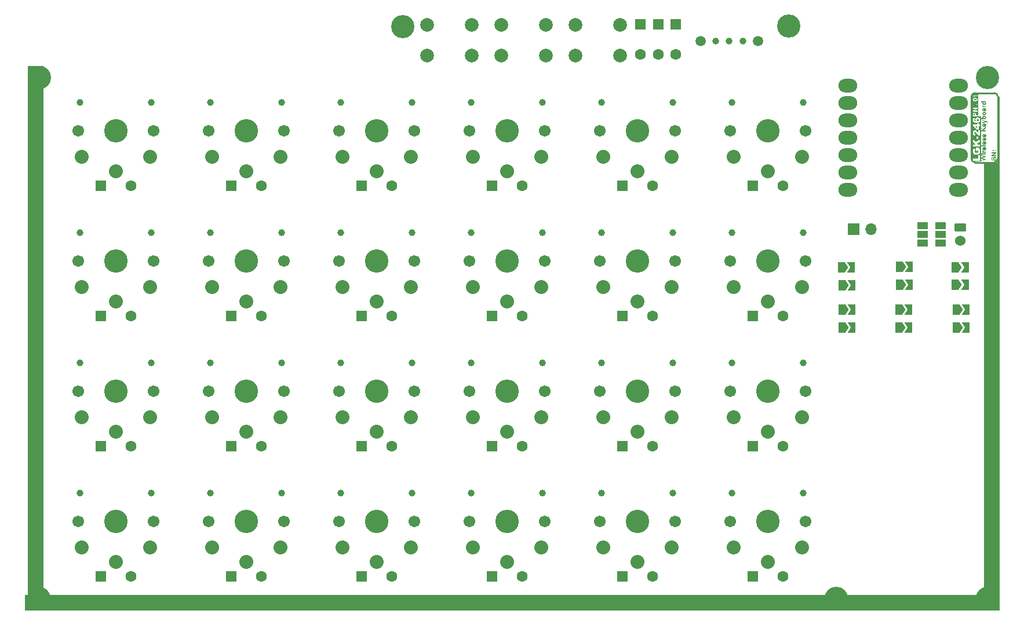
<source format=gts>
%TF.GenerationSoftware,KiCad,Pcbnew,8.0.1*%
%TF.CreationDate,2024-04-24T14:47:18+09:00*%
%TF.ProjectId,LegionKeys,4c656769-6f6e-44b6-9579-732e6b696361,rev?*%
%TF.SameCoordinates,Original*%
%TF.FileFunction,Soldermask,Top*%
%TF.FilePolarity,Negative*%
%FSLAX46Y46*%
G04 Gerber Fmt 4.6, Leading zero omitted, Abs format (unit mm)*
G04 Created by KiCad (PCBNEW 8.0.1) date 2024-04-24 14:47:18*
%MOMM*%
%LPD*%
G01*
G04 APERTURE LIST*
G04 Aperture macros list*
%AMRoundRect*
0 Rectangle with rounded corners*
0 $1 Rounding radius*
0 $2 $3 $4 $5 $6 $7 $8 $9 X,Y pos of 4 corners*
0 Add a 4 corners polygon primitive as box body*
4,1,4,$2,$3,$4,$5,$6,$7,$8,$9,$2,$3,0*
0 Add four circle primitives for the rounded corners*
1,1,$1+$1,$2,$3*
1,1,$1+$1,$4,$5*
1,1,$1+$1,$6,$7*
1,1,$1+$1,$8,$9*
0 Add four rect primitives between the rounded corners*
20,1,$1+$1,$2,$3,$4,$5,0*
20,1,$1+$1,$4,$5,$6,$7,0*
20,1,$1+$1,$6,$7,$8,$9,0*
20,1,$1+$1,$8,$9,$2,$3,0*%
%AMFreePoly0*
4,1,6,1.000000,0.000000,0.500000,-0.750000,-0.500000,-0.750000,-0.500000,0.750000,0.500000,0.750000,1.000000,0.000000,1.000000,0.000000,$1*%
%AMFreePoly1*
4,1,6,0.500000,-0.750000,-0.650000,-0.750000,-0.150000,0.000000,-0.650000,0.750000,0.500000,0.750000,0.500000,-0.750000,0.500000,-0.750000,$1*%
G04 Aperture macros list end*
%ADD10C,0.100000*%
%ADD11C,0.150000*%
%ADD12C,0.200000*%
%ADD13C,0.250000*%
%ADD14R,1.500000X1.000000*%
%ADD15R,1.600000X1.600000*%
%ADD16C,1.600000*%
%ADD17C,1.701800*%
%ADD18C,0.990600*%
%ADD19C,3.429000*%
%ADD20C,2.032000*%
%ADD21O,2.748280X1.998980*%
%ADD22C,1.500000*%
%ADD23FreePoly0,0.000000*%
%ADD24FreePoly1,0.000000*%
%ADD25C,3.400000*%
%ADD26RoundRect,0.250000X0.625000X-0.350000X0.625000X0.350000X-0.625000X0.350000X-0.625000X-0.350000X0*%
%ADD27C,1.524000*%
%ADD28C,1.000000*%
%ADD29R,1.700000X1.700000*%
%ADD30O,1.700000X1.700000*%
%ADD31C,2.000000*%
G04 APERTURE END LIST*
D10*
X68360000Y-133180000D02*
X210730000Y-133180000D01*
X210730000Y-135380000D01*
X68360000Y-135380000D01*
X68360000Y-133180000D01*
G36*
X68360000Y-133180000D02*
G01*
X210730000Y-133180000D01*
X210730000Y-135380000D01*
X68360000Y-135380000D01*
X68360000Y-133180000D01*
G37*
X210450000Y-60350000D02*
X210750000Y-60350000D01*
X210750000Y-70050000D01*
X210450000Y-70050000D01*
X210450000Y-60350000D01*
G36*
X210450000Y-60350000D02*
G01*
X210750000Y-60350000D01*
X210750000Y-70050000D01*
X210450000Y-70050000D01*
X210450000Y-60350000D01*
G37*
X208540000Y-69930000D02*
X210740000Y-69930000D01*
X210740000Y-135380000D01*
X208540000Y-135380000D01*
X208540000Y-69930000D01*
G36*
X208540000Y-69930000D02*
G01*
X210740000Y-69930000D01*
X210740000Y-135380000D01*
X208540000Y-135380000D01*
X208540000Y-69930000D01*
G37*
X68780000Y-55780000D02*
X70980000Y-55780000D01*
X70980000Y-135370000D01*
X68780000Y-135370000D01*
X68780000Y-55780000D01*
G36*
X68780000Y-55780000D02*
G01*
X70980000Y-55780000D01*
X70980000Y-135370000D01*
X68780000Y-135370000D01*
X68780000Y-55780000D01*
G37*
D11*
G36*
X210076216Y-69689438D02*
G01*
X210065274Y-69550952D01*
X210100517Y-69541903D01*
X210133015Y-69527090D01*
X210160663Y-69505011D01*
X210164778Y-69500345D01*
X210182883Y-69470864D01*
X210193473Y-69435080D01*
X210196579Y-69397079D01*
X210194320Y-69361096D01*
X210186513Y-69327396D01*
X210169783Y-69295684D01*
X210168027Y-69293471D01*
X210141062Y-69269629D01*
X210108103Y-69258900D01*
X210101006Y-69258593D01*
X210067025Y-69267568D01*
X210059119Y-69273297D01*
X210038369Y-69301946D01*
X210029028Y-69324417D01*
X210018566Y-69358614D01*
X210009006Y-69393490D01*
X210000037Y-69427590D01*
X209997228Y-69438454D01*
X209987783Y-69472532D01*
X209975633Y-69509029D01*
X209962594Y-69540729D01*
X209946257Y-69571650D01*
X209926104Y-69598995D01*
X209899138Y-69624310D01*
X209869701Y-69643407D01*
X209837793Y-69656286D01*
X209803415Y-69662948D01*
X209782660Y-69663963D01*
X209746110Y-69660367D01*
X209711217Y-69649579D01*
X209680933Y-69633531D01*
X209653448Y-69611782D01*
X209630404Y-69584791D01*
X209611801Y-69552557D01*
X209608613Y-69545481D01*
X209596629Y-69511205D01*
X209589269Y-69477604D01*
X209585009Y-69441054D01*
X209583822Y-69406653D01*
X209585279Y-69366796D01*
X209589649Y-69330144D01*
X209596933Y-69296698D01*
X209609519Y-69260795D01*
X209626301Y-69229507D01*
X209643491Y-69206960D01*
X209671502Y-69180616D01*
X209703326Y-69160374D01*
X209738962Y-69146236D01*
X209772541Y-69138975D01*
X209802664Y-69136350D01*
X209802664Y-69278768D01*
X209767457Y-69288521D01*
X209736897Y-69307375D01*
X209727266Y-69317920D01*
X209711488Y-69350009D01*
X209704997Y-69386682D01*
X209704185Y-69408192D01*
X209706623Y-69444269D01*
X209714935Y-69477938D01*
X209729147Y-69505303D01*
X209757902Y-69526086D01*
X209772231Y-69527871D01*
X209804961Y-69515946D01*
X209814119Y-69506671D01*
X209831245Y-69475696D01*
X209843170Y-69442998D01*
X209853938Y-69406481D01*
X209861819Y-69375879D01*
X209871344Y-69338803D01*
X209880941Y-69305538D01*
X209892229Y-69271545D01*
X209905250Y-69239048D01*
X209913452Y-69222177D01*
X209931795Y-69193202D01*
X209956330Y-69166228D01*
X209985431Y-69144385D01*
X210019340Y-69128324D01*
X210054549Y-69119509D01*
X210089806Y-69116286D01*
X210098100Y-69116175D01*
X210135389Y-69119465D01*
X210171176Y-69129332D01*
X210205460Y-69145778D01*
X210212137Y-69149856D01*
X210239882Y-69171006D01*
X210263300Y-69196565D01*
X210282390Y-69226533D01*
X210291125Y-69245087D01*
X210302420Y-69277753D01*
X210310487Y-69314201D01*
X210314899Y-69349197D01*
X210316841Y-69387089D01*
X210316942Y-69398447D01*
X210315443Y-69438712D01*
X210310948Y-69475948D01*
X210303455Y-69510152D01*
X210290508Y-69547198D01*
X210273246Y-69579880D01*
X210255563Y-69603782D01*
X210230505Y-69628620D01*
X210201491Y-69649407D01*
X210168523Y-69666142D01*
X210131599Y-69678827D01*
X210097809Y-69686303D01*
X210076216Y-69689438D01*
G37*
G36*
X210306000Y-68998719D02*
G01*
X209594764Y-68998719D01*
X209594764Y-68860233D01*
X210075361Y-68571807D01*
X209594764Y-68571807D01*
X209594764Y-68439647D01*
X210306000Y-68439647D01*
X210306000Y-68582407D01*
X209832584Y-68866559D01*
X210306000Y-68866559D01*
X210306000Y-68998719D01*
G37*
G36*
X209923027Y-68268164D02*
G01*
X209791722Y-68268164D01*
X209791722Y-68132927D01*
X209923027Y-68132927D01*
X209923027Y-68268164D01*
G37*
G36*
X210306000Y-68268164D02*
G01*
X210174695Y-68268164D01*
X210174695Y-68132927D01*
X210306000Y-68132927D01*
X210306000Y-68268164D01*
G37*
D12*
G36*
X207513579Y-64880963D02*
G01*
X207198262Y-64611807D01*
X207513579Y-64611807D01*
X207513579Y-64880963D01*
G37*
G36*
X207620298Y-63594139D02*
G01*
X207669600Y-63604036D01*
X207711660Y-63630683D01*
X207738954Y-63672266D01*
X207748053Y-63722763D01*
X207747895Y-63730141D01*
X207736679Y-63780913D01*
X207707752Y-63823635D01*
X207691558Y-63837663D01*
X207645356Y-63859108D01*
X207596378Y-63864912D01*
X207579361Y-63864298D01*
X207531067Y-63853814D01*
X207488667Y-63825589D01*
X207484112Y-63820569D01*
X207459318Y-63778172D01*
X207451053Y-63727404D01*
X207451091Y-63723865D01*
X207460762Y-63675136D01*
X207489888Y-63632149D01*
X207505687Y-63619034D01*
X207552170Y-63598985D01*
X207602728Y-63593558D01*
X207620298Y-63594139D01*
G37*
G36*
X208046742Y-69798040D02*
G01*
X206792838Y-69798040D01*
X206792838Y-69686929D01*
X206919581Y-69686929D01*
X207920000Y-69686929D01*
X207920000Y-68890209D01*
X207669895Y-68890209D01*
X207669895Y-69375764D01*
X206919581Y-69375764D01*
X206919581Y-69686929D01*
X206792838Y-69686929D01*
X206792838Y-68273251D01*
X206903949Y-68273251D01*
X206903996Y-68284005D01*
X206905649Y-68335699D01*
X206910750Y-68393167D01*
X206919251Y-68445654D01*
X206933466Y-68500595D01*
X206952309Y-68548757D01*
X206960353Y-68564906D01*
X206987221Y-68610398D01*
X207018193Y-68651460D01*
X207053269Y-68688090D01*
X207092450Y-68720290D01*
X207135736Y-68748060D01*
X207158734Y-68760194D01*
X207206986Y-68780882D01*
X207258242Y-68796796D01*
X207312504Y-68807936D01*
X207369772Y-68814301D01*
X207419790Y-68815959D01*
X207439040Y-68815717D01*
X207495139Y-68812082D01*
X207548766Y-68804085D01*
X207599919Y-68791726D01*
X207648600Y-68775004D01*
X207694808Y-68753921D01*
X207723804Y-68737561D01*
X207770103Y-68705128D01*
X207810745Y-68667857D01*
X207845730Y-68625748D01*
X207875059Y-68578799D01*
X207889255Y-68549494D01*
X207907001Y-68501658D01*
X207920488Y-68449167D01*
X207929716Y-68392023D01*
X207934152Y-68340848D01*
X207935631Y-68286441D01*
X207934749Y-68241846D01*
X207931360Y-68190898D01*
X207924194Y-68134998D01*
X207913568Y-68082907D01*
X207899483Y-68034626D01*
X207894715Y-68021221D01*
X207874088Y-67972351D01*
X207851534Y-67928044D01*
X207824480Y-67881504D01*
X207792927Y-67832732D01*
X207763196Y-67790383D01*
X207357264Y-67790383D01*
X207357264Y-68271053D01*
X207591737Y-68271053D01*
X207591737Y-68062958D01*
X207655973Y-68062958D01*
X207660472Y-68074289D01*
X207678116Y-68124044D01*
X207690900Y-68171646D01*
X207698593Y-68220190D01*
X207701158Y-68271053D01*
X207699554Y-68304219D01*
X207688582Y-68357967D01*
X207667217Y-68404065D01*
X207635457Y-68442512D01*
X207617657Y-68456937D01*
X207573816Y-68480018D01*
X207526438Y-68493903D01*
X207470646Y-68501897D01*
X207416127Y-68504061D01*
X207398386Y-68503823D01*
X207348807Y-68500260D01*
X207297867Y-68490698D01*
X207248751Y-68472643D01*
X207205101Y-68443244D01*
X207185892Y-68423226D01*
X207159520Y-68382083D01*
X207143697Y-68334371D01*
X207138422Y-68280090D01*
X207138865Y-68263314D01*
X207146418Y-68214062D01*
X207166755Y-68167250D01*
X207168534Y-68164497D01*
X207203629Y-68127326D01*
X207247843Y-68104235D01*
X207198018Y-67804061D01*
X207167430Y-67813348D01*
X207116700Y-67833400D01*
X207071534Y-67857741D01*
X207031933Y-67886371D01*
X207023855Y-67893290D01*
X206987534Y-67931205D01*
X206957986Y-67974653D01*
X206935212Y-68023635D01*
X206921535Y-68070286D01*
X206912773Y-68119720D01*
X206907643Y-68168492D01*
X206904713Y-68223172D01*
X206903949Y-68273251D01*
X206792838Y-68273251D01*
X206792838Y-67610376D01*
X206919581Y-67610376D01*
X207920000Y-67610376D01*
X207920000Y-67299211D01*
X207675757Y-67299211D01*
X207508450Y-67138499D01*
X207920000Y-66926252D01*
X207920000Y-66543035D01*
X207296936Y-66926252D01*
X206919581Y-66559399D01*
X206919581Y-66972903D01*
X207297669Y-67299211D01*
X206919581Y-67299211D01*
X206919581Y-67610376D01*
X206792838Y-67610376D01*
X206792838Y-66111702D01*
X207435422Y-66111702D01*
X207435422Y-66518367D01*
X207654263Y-66518367D01*
X207654263Y-66111702D01*
X207435422Y-66111702D01*
X206792838Y-66111702D01*
X206792838Y-65619553D01*
X206903949Y-65619553D01*
X206904088Y-65637020D01*
X206906163Y-65686536D01*
X206911731Y-65738836D01*
X206922245Y-65791394D01*
X206939364Y-65841325D01*
X206943882Y-65851169D01*
X206970105Y-65896177D01*
X207002386Y-65934173D01*
X207040725Y-65965157D01*
X207076950Y-65985429D01*
X207125475Y-66004148D01*
X207175518Y-66017154D01*
X207224640Y-66025729D01*
X207247843Y-65745338D01*
X207221883Y-65741132D01*
X207170088Y-65726609D01*
X207126210Y-65699665D01*
X207100198Y-65660769D01*
X207091528Y-65611981D01*
X207097652Y-65570254D01*
X207123524Y-65526496D01*
X207151737Y-65504515D01*
X207200949Y-65492547D01*
X207246703Y-65502266D01*
X207289364Y-65526985D01*
X207326406Y-65560999D01*
X207359798Y-65598932D01*
X207393475Y-65641241D01*
X207425652Y-65684277D01*
X207461735Y-65732592D01*
X207496711Y-65776906D01*
X207530581Y-65817222D01*
X207563344Y-65853538D01*
X207602741Y-65893308D01*
X207640409Y-65926829D01*
X207683328Y-65958806D01*
X207711283Y-65976147D01*
X207761323Y-66002087D01*
X207812789Y-66022416D01*
X207865681Y-66037136D01*
X207920000Y-66046245D01*
X207920000Y-65206782D01*
X207685526Y-65206782D01*
X207685526Y-65643733D01*
X207657700Y-65614071D01*
X207625443Y-65576810D01*
X207603381Y-65547513D01*
X207574648Y-65506837D01*
X207545087Y-65463726D01*
X207514721Y-65421457D01*
X207479321Y-65376417D01*
X207445054Y-65337577D01*
X207406509Y-65300099D01*
X207364347Y-65267599D01*
X207338434Y-65252049D01*
X207290830Y-65230700D01*
X207241989Y-65217891D01*
X207191912Y-65213621D01*
X207181352Y-65213805D01*
X207130500Y-65220250D01*
X207082891Y-65235902D01*
X207038527Y-65260760D01*
X207030117Y-65266760D01*
X206992216Y-65300911D01*
X206961233Y-65341979D01*
X206937166Y-65389965D01*
X206929381Y-65411504D01*
X206916925Y-65460719D01*
X206909431Y-65510494D01*
X206905117Y-65566533D01*
X206903949Y-65619553D01*
X206792838Y-65619553D01*
X206792838Y-64611807D01*
X206903949Y-64611807D01*
X207515778Y-65121542D01*
X207748053Y-65121542D01*
X207748053Y-64611807D01*
X207920000Y-64611807D01*
X207920000Y-64368053D01*
X207748053Y-64368053D01*
X207748053Y-64241535D01*
X207513579Y-64241535D01*
X207513579Y-64368053D01*
X206903949Y-64368053D01*
X206903949Y-64611807D01*
X206792838Y-64611807D01*
X206792838Y-63725450D01*
X206903949Y-63725450D01*
X206904440Y-63750535D01*
X206909957Y-63810218D01*
X206921603Y-63865572D01*
X206939380Y-63916598D01*
X206963287Y-63963293D01*
X206993324Y-64005660D01*
X207029490Y-64043698D01*
X207054300Y-64064169D01*
X207101297Y-64093814D01*
X207155355Y-64117865D01*
X207203685Y-64133078D01*
X207256533Y-64144712D01*
X207313899Y-64152767D01*
X207375784Y-64157241D01*
X207425163Y-64158248D01*
X207459104Y-64157769D01*
X207512847Y-64154844D01*
X207563060Y-64149259D01*
X207618655Y-64139046D01*
X207669168Y-64125004D01*
X207721674Y-64103782D01*
X207735420Y-64096800D01*
X207779787Y-64070109D01*
X207818333Y-64039912D01*
X207855260Y-64001108D01*
X207884584Y-63957725D01*
X207901932Y-63921366D01*
X207917635Y-63873629D01*
X207928453Y-63820166D01*
X207933836Y-63769783D01*
X207935631Y-63715191D01*
X207933668Y-63662278D01*
X207926615Y-63606728D01*
X207914433Y-63556429D01*
X207894598Y-63506120D01*
X207880745Y-63480911D01*
X207851001Y-63440042D01*
X207815074Y-63404970D01*
X207772965Y-63375694D01*
X207747372Y-63362114D01*
X207699261Y-63343470D01*
X207648523Y-63332284D01*
X207595157Y-63328555D01*
X207551353Y-63330827D01*
X207502031Y-63339551D01*
X207448960Y-63357999D01*
X207400704Y-63385352D01*
X207357264Y-63421612D01*
X207330245Y-63451705D01*
X207300111Y-63497243D01*
X207278954Y-63546754D01*
X207266772Y-63600239D01*
X207263475Y-63649246D01*
X207264402Y-63674765D01*
X207272774Y-63726052D01*
X207273278Y-63727404D01*
X207289853Y-63771856D01*
X207306970Y-63801319D01*
X207336886Y-63839942D01*
X207371430Y-63874682D01*
X207314664Y-63869312D01*
X207258442Y-63861746D01*
X207207384Y-63851381D01*
X207160160Y-63834138D01*
X207136836Y-63818885D01*
X207102855Y-63778591D01*
X207091528Y-63728381D01*
X207092856Y-63710215D01*
X207112777Y-63664877D01*
X207137000Y-63645076D01*
X207185317Y-63627997D01*
X207155031Y-63349804D01*
X207105615Y-63366934D01*
X207057703Y-63390792D01*
X207016545Y-63419902D01*
X206984646Y-63450938D01*
X206955562Y-63490477D01*
X206932770Y-63535673D01*
X206920161Y-63573637D01*
X206910282Y-63623902D01*
X206905328Y-63675296D01*
X206903949Y-63725450D01*
X206792838Y-63725450D01*
X206792838Y-63217444D01*
X208046742Y-63217444D01*
X208046742Y-69798040D01*
G37*
D11*
G36*
X208806000Y-69578346D02*
G01*
X208094764Y-69746580D01*
X208094764Y-69600914D01*
X208583397Y-69494741D01*
X208094764Y-69365830D01*
X208094764Y-69196570D01*
X208591603Y-69072958D01*
X208094764Y-68964734D01*
X208094764Y-68821461D01*
X208806000Y-68992602D01*
X208806000Y-69143569D01*
X208274283Y-69284106D01*
X208806000Y-69423960D01*
X208806000Y-69578346D01*
G37*
G36*
X208215127Y-68762990D02*
G01*
X208094764Y-68762990D01*
X208094764Y-68627752D01*
X208215127Y-68627752D01*
X208215127Y-68762990D01*
G37*
G36*
X208806000Y-68762990D02*
G01*
X208291722Y-68762990D01*
X208291722Y-68627752D01*
X208806000Y-68627752D01*
X208806000Y-68762990D01*
G37*
G36*
X208806000Y-68361381D02*
G01*
X208806000Y-68496448D01*
X208291722Y-68496448D01*
X208291722Y-68370956D01*
X208364384Y-68370956D01*
X208335676Y-68351501D01*
X208308690Y-68328107D01*
X208296851Y-68313168D01*
X208283432Y-68280039D01*
X208280780Y-68254525D01*
X208284675Y-68220384D01*
X208296359Y-68187206D01*
X208308477Y-68165621D01*
X208434311Y-68207508D01*
X208418357Y-68238476D01*
X208412085Y-68270938D01*
X208418711Y-68304507D01*
X208427472Y-68319152D01*
X208456390Y-68340456D01*
X208483037Y-68350097D01*
X208520946Y-68356522D01*
X208555904Y-68359221D01*
X208592576Y-68360676D01*
X208627864Y-68361282D01*
X208651101Y-68361381D01*
X208806000Y-68361381D01*
G37*
G36*
X208587158Y-67672201D02*
G01*
X208587158Y-68010722D01*
X208623349Y-68006945D01*
X208656911Y-67996041D01*
X208683927Y-67978066D01*
X208706288Y-67950106D01*
X208717249Y-67917066D01*
X208718463Y-67900104D01*
X208712978Y-67866100D01*
X208702905Y-67846933D01*
X208676044Y-67823932D01*
X208652810Y-67814106D01*
X208674695Y-67679382D01*
X208707414Y-67694256D01*
X208739267Y-67715486D01*
X208765874Y-67741476D01*
X208780696Y-67761448D01*
X208798217Y-67795127D01*
X208808977Y-67828811D01*
X208815207Y-67866021D01*
X208816942Y-67901472D01*
X208814809Y-67941451D01*
X208808410Y-67978041D01*
X208797745Y-68011242D01*
X208779316Y-68046608D01*
X208754745Y-68077095D01*
X208729576Y-68098771D01*
X208697157Y-68118424D01*
X208661237Y-68133249D01*
X208627662Y-68142115D01*
X208591514Y-68147434D01*
X208552793Y-68149207D01*
X208514288Y-68147588D01*
X208478488Y-68142729D01*
X208439098Y-68132623D01*
X208403603Y-68117853D01*
X208372003Y-68098419D01*
X208353100Y-68082871D01*
X208328522Y-68056757D01*
X208309030Y-68028166D01*
X208294622Y-67997099D01*
X208285300Y-67963555D01*
X208281062Y-67927536D01*
X208280780Y-67914979D01*
X208281210Y-67906943D01*
X208379258Y-67906943D01*
X208385443Y-67942627D01*
X208403998Y-67972486D01*
X208411572Y-67979947D01*
X208441774Y-67998570D01*
X208476416Y-68007145D01*
X208499621Y-68008328D01*
X208499621Y-67806413D01*
X208465527Y-67809956D01*
X208431932Y-67821304D01*
X208410033Y-67836674D01*
X208388996Y-67864345D01*
X208379529Y-67899295D01*
X208379258Y-67906943D01*
X208281210Y-67906943D01*
X208282620Y-67880568D01*
X208289689Y-67842373D01*
X208302059Y-67807555D01*
X208319730Y-67776115D01*
X208342703Y-67748053D01*
X208356177Y-67735289D01*
X208387271Y-67712963D01*
X208424002Y-67695482D01*
X208458918Y-67684616D01*
X208497749Y-67677113D01*
X208540496Y-67672975D01*
X208577512Y-67672087D01*
X208587158Y-67672201D01*
G37*
G36*
X208806000Y-67564832D02*
G01*
X208094764Y-67564832D01*
X208094764Y-67429595D01*
X208806000Y-67429595D01*
X208806000Y-67564832D01*
G37*
G36*
X208587158Y-66854965D02*
G01*
X208587158Y-67193485D01*
X208623349Y-67189708D01*
X208656911Y-67178805D01*
X208683927Y-67160830D01*
X208706288Y-67132869D01*
X208717249Y-67099830D01*
X208718463Y-67082868D01*
X208712978Y-67048864D01*
X208702905Y-67029696D01*
X208676044Y-67006695D01*
X208652810Y-66996870D01*
X208674695Y-66862145D01*
X208707414Y-66877020D01*
X208739267Y-66898249D01*
X208765874Y-66924240D01*
X208780696Y-66944211D01*
X208798217Y-66977890D01*
X208808977Y-67011574D01*
X208815207Y-67048784D01*
X208816942Y-67084235D01*
X208814809Y-67124215D01*
X208808410Y-67160805D01*
X208797745Y-67194005D01*
X208779316Y-67229372D01*
X208754745Y-67259858D01*
X208729576Y-67281535D01*
X208697157Y-67301187D01*
X208661237Y-67316013D01*
X208627662Y-67324878D01*
X208591514Y-67330198D01*
X208552793Y-67331971D01*
X208514288Y-67330351D01*
X208478488Y-67325493D01*
X208439098Y-67315387D01*
X208403603Y-67300617D01*
X208372003Y-67281182D01*
X208353100Y-67265635D01*
X208328522Y-67239520D01*
X208309030Y-67210929D01*
X208294622Y-67179862D01*
X208285300Y-67146319D01*
X208281062Y-67110299D01*
X208280780Y-67097742D01*
X208281210Y-67089706D01*
X208379258Y-67089706D01*
X208385443Y-67125390D01*
X208403998Y-67155249D01*
X208411572Y-67162711D01*
X208441774Y-67181334D01*
X208476416Y-67189909D01*
X208499621Y-67191092D01*
X208499621Y-66989176D01*
X208465527Y-66992719D01*
X208431932Y-67004067D01*
X208410033Y-67019438D01*
X208388996Y-67047109D01*
X208379529Y-67082058D01*
X208379258Y-67089706D01*
X208281210Y-67089706D01*
X208282620Y-67063332D01*
X208289689Y-67025136D01*
X208302059Y-66990318D01*
X208319730Y-66958878D01*
X208342703Y-66930817D01*
X208356177Y-66918053D01*
X208387271Y-66895727D01*
X208424002Y-66878246D01*
X208458918Y-66867379D01*
X208497749Y-66859877D01*
X208540496Y-66855738D01*
X208577512Y-66854850D01*
X208587158Y-66854965D01*
G37*
G36*
X208663752Y-66795125D02*
G01*
X208641868Y-66659546D01*
X208674951Y-66646424D01*
X208698972Y-66624497D01*
X208713590Y-66592697D01*
X208718387Y-66556176D01*
X208718463Y-66550296D01*
X208715746Y-66514689D01*
X208704709Y-66480391D01*
X208699143Y-66471479D01*
X208668606Y-66453976D01*
X208663069Y-66453698D01*
X208637594Y-66463272D01*
X208622939Y-66496256D01*
X208619813Y-66508579D01*
X208610891Y-66547571D01*
X208602161Y-66582823D01*
X208591518Y-66621629D01*
X208581177Y-66654590D01*
X208567203Y-66690920D01*
X208553819Y-66715795D01*
X208531016Y-66742274D01*
X208500509Y-66763020D01*
X208464862Y-66774191D01*
X208438243Y-66776318D01*
X208402427Y-66772180D01*
X208369992Y-66759765D01*
X208340938Y-66739073D01*
X208326258Y-66724002D01*
X208306361Y-66694157D01*
X208293615Y-66662134D01*
X208285221Y-66624598D01*
X208281490Y-66588035D01*
X208280780Y-66561409D01*
X208282042Y-66524001D01*
X208286705Y-66485144D01*
X208294805Y-66451441D01*
X208308268Y-66419234D01*
X208316683Y-66405655D01*
X208339611Y-66379429D01*
X208368002Y-66358261D01*
X208401857Y-66342151D01*
X208423027Y-66335387D01*
X208444911Y-66462930D01*
X208412392Y-66477859D01*
X208396184Y-66494047D01*
X208382498Y-66525795D01*
X208379258Y-66559016D01*
X208381350Y-66594767D01*
X208390647Y-66629196D01*
X208394133Y-66635439D01*
X208421659Y-66650826D01*
X208446108Y-66637320D01*
X208460053Y-66604165D01*
X208469932Y-66569821D01*
X208479715Y-66530584D01*
X208484234Y-66511144D01*
X208493799Y-66472972D01*
X208504157Y-66439369D01*
X208517245Y-66405938D01*
X208533524Y-66375345D01*
X208544415Y-66360348D01*
X208572611Y-66336306D01*
X208607594Y-66322243D01*
X208645288Y-66318119D01*
X208683272Y-66322758D01*
X208718173Y-66336674D01*
X208746607Y-66356832D01*
X208766334Y-66376762D01*
X208786053Y-66405109D01*
X208800929Y-66438840D01*
X208809825Y-66472037D01*
X208815162Y-66509189D01*
X208816942Y-66550296D01*
X208815493Y-66587937D01*
X208811147Y-66622512D01*
X208802416Y-66658976D01*
X208789741Y-66691267D01*
X208775738Y-66715624D01*
X208753287Y-66743353D01*
X208727140Y-66765846D01*
X208697295Y-66783104D01*
X208663752Y-66795125D01*
G37*
G36*
X208663752Y-66250073D02*
G01*
X208641868Y-66114494D01*
X208674951Y-66101372D01*
X208698972Y-66079445D01*
X208713590Y-66047644D01*
X208718387Y-66011124D01*
X208718463Y-66005244D01*
X208715746Y-65969637D01*
X208704709Y-65935338D01*
X208699143Y-65926427D01*
X208668606Y-65908924D01*
X208663069Y-65908646D01*
X208637594Y-65918220D01*
X208622939Y-65951203D01*
X208619813Y-65963527D01*
X208610891Y-66002519D01*
X208602161Y-66037771D01*
X208591518Y-66076576D01*
X208581177Y-66109538D01*
X208567203Y-66145867D01*
X208553819Y-66170743D01*
X208531016Y-66197222D01*
X208500509Y-66217967D01*
X208464862Y-66229138D01*
X208438243Y-66231266D01*
X208402427Y-66227128D01*
X208369992Y-66214713D01*
X208340938Y-66194021D01*
X208326258Y-66178949D01*
X208306361Y-66149104D01*
X208293615Y-66117082D01*
X208285221Y-66079546D01*
X208281490Y-66042983D01*
X208280780Y-66016357D01*
X208282042Y-65978948D01*
X208286705Y-65940091D01*
X208294805Y-65906388D01*
X208308268Y-65874182D01*
X208316683Y-65860603D01*
X208339611Y-65834377D01*
X208368002Y-65813209D01*
X208401857Y-65797099D01*
X208423027Y-65790334D01*
X208444911Y-65917878D01*
X208412392Y-65932807D01*
X208396184Y-65948995D01*
X208382498Y-65980743D01*
X208379258Y-66013963D01*
X208381350Y-66049715D01*
X208390647Y-66084144D01*
X208394133Y-66090387D01*
X208421659Y-66105774D01*
X208446108Y-66092267D01*
X208460053Y-66059113D01*
X208469932Y-66024769D01*
X208479715Y-65985532D01*
X208484234Y-65966092D01*
X208493799Y-65927920D01*
X208504157Y-65894316D01*
X208517245Y-65860886D01*
X208533524Y-65830293D01*
X208544415Y-65815296D01*
X208572611Y-65791253D01*
X208607594Y-65777190D01*
X208645288Y-65773066D01*
X208683272Y-65777705D01*
X208718173Y-65791621D01*
X208746607Y-65811780D01*
X208766334Y-65831709D01*
X208786053Y-65860057D01*
X208800929Y-65893788D01*
X208809825Y-65926985D01*
X208815162Y-65964137D01*
X208816942Y-66005244D01*
X208815493Y-66042885D01*
X208811147Y-66077460D01*
X208802416Y-66113923D01*
X208789741Y-66146215D01*
X208775738Y-66170572D01*
X208753287Y-66198301D01*
X208727140Y-66220794D01*
X208697295Y-66238051D01*
X208663752Y-66250073D01*
G37*
G36*
X208806000Y-65382400D02*
G01*
X208094764Y-65382400D01*
X208094764Y-65239982D01*
X208409178Y-65239982D01*
X208094764Y-64952411D01*
X208094764Y-64761095D01*
X208371736Y-65026441D01*
X208806000Y-64746734D01*
X208806000Y-64930868D01*
X208474831Y-65124577D01*
X208592116Y-65239982D01*
X208806000Y-65239982D01*
X208806000Y-65382400D01*
G37*
G36*
X208587158Y-64240491D02*
G01*
X208587158Y-64579012D01*
X208623349Y-64575235D01*
X208656911Y-64564332D01*
X208683927Y-64546357D01*
X208706288Y-64518396D01*
X208717249Y-64485357D01*
X208718463Y-64468394D01*
X208712978Y-64434391D01*
X208702905Y-64415223D01*
X208676044Y-64392222D01*
X208652810Y-64382397D01*
X208674695Y-64247672D01*
X208707414Y-64262547D01*
X208739267Y-64283776D01*
X208765874Y-64309766D01*
X208780696Y-64329738D01*
X208798217Y-64363417D01*
X208808977Y-64397101D01*
X208815207Y-64434311D01*
X208816942Y-64469762D01*
X208814809Y-64509741D01*
X208808410Y-64546331D01*
X208797745Y-64579532D01*
X208779316Y-64614899D01*
X208754745Y-64645385D01*
X208729576Y-64667062D01*
X208697157Y-64686714D01*
X208661237Y-64701539D01*
X208627662Y-64710405D01*
X208591514Y-64715725D01*
X208552793Y-64717498D01*
X208514288Y-64715878D01*
X208478488Y-64711020D01*
X208439098Y-64700914D01*
X208403603Y-64686143D01*
X208372003Y-64666709D01*
X208353100Y-64651161D01*
X208328522Y-64625047D01*
X208309030Y-64596456D01*
X208294622Y-64565389D01*
X208285300Y-64531846D01*
X208281062Y-64495826D01*
X208280780Y-64483269D01*
X208281210Y-64475233D01*
X208379258Y-64475233D01*
X208385443Y-64510917D01*
X208403998Y-64540776D01*
X208411572Y-64548237D01*
X208441774Y-64566861D01*
X208476416Y-64575436D01*
X208499621Y-64576618D01*
X208499621Y-64374703D01*
X208465527Y-64378246D01*
X208431932Y-64389594D01*
X208410033Y-64404965D01*
X208388996Y-64432636D01*
X208379529Y-64467585D01*
X208379258Y-64475233D01*
X208281210Y-64475233D01*
X208282620Y-64448859D01*
X208289689Y-64410663D01*
X208302059Y-64375845D01*
X208319730Y-64344405D01*
X208342703Y-64316344D01*
X208356177Y-64303579D01*
X208387271Y-64281254D01*
X208424002Y-64263773D01*
X208458918Y-64252906D01*
X208497749Y-64245404D01*
X208540496Y-64241265D01*
X208577512Y-64240377D01*
X208587158Y-64240491D01*
G37*
G36*
X208291722Y-64197065D02*
G01*
X208291722Y-64053279D01*
X208655888Y-63931036D01*
X208291722Y-63811870D01*
X208291722Y-63671845D01*
X208787364Y-63852219D01*
X208882081Y-63884361D01*
X208913591Y-63898554D01*
X208944662Y-63916348D01*
X208947563Y-63918384D01*
X208973502Y-63941539D01*
X208984150Y-63955314D01*
X208999900Y-63986887D01*
X209006034Y-64006775D01*
X209012171Y-64041511D01*
X209013899Y-64075847D01*
X209012246Y-64112054D01*
X209007287Y-64147585D01*
X209006376Y-64152271D01*
X208908411Y-64164239D01*
X208914079Y-64130465D01*
X208915420Y-64106964D01*
X208910313Y-64072798D01*
X208891728Y-64043403D01*
X208884475Y-64037379D01*
X208854307Y-64019544D01*
X208820493Y-64006675D01*
X208806000Y-64002672D01*
X208291722Y-64197065D01*
G37*
G36*
X208583124Y-63096683D02*
G01*
X208619749Y-63101241D01*
X208653435Y-63108838D01*
X208689980Y-63121965D01*
X208722294Y-63139468D01*
X208745989Y-63157397D01*
X208770102Y-63181672D01*
X208791928Y-63212363D01*
X208806964Y-63245606D01*
X208815209Y-63281403D01*
X208816942Y-63308534D01*
X208813386Y-63343898D01*
X208802720Y-63378867D01*
X208795399Y-63394874D01*
X208776237Y-63425144D01*
X208751065Y-63452095D01*
X208730944Y-63468220D01*
X208806000Y-63468220D01*
X208806000Y-63593712D01*
X208094764Y-63593712D01*
X208094764Y-63458646D01*
X208351903Y-63458646D01*
X208327732Y-63434375D01*
X208305853Y-63404022D01*
X208290781Y-63371478D01*
X208284876Y-63346660D01*
X208379258Y-63346660D01*
X208384836Y-63380793D01*
X208403468Y-63412615D01*
X208418923Y-63427529D01*
X208450944Y-63445829D01*
X208484386Y-63455151D01*
X208519585Y-63459169D01*
X208539115Y-63459672D01*
X208573398Y-63458477D01*
X208607509Y-63454187D01*
X208642545Y-63444436D01*
X208662043Y-63434710D01*
X208689316Y-63413087D01*
X208709151Y-63384810D01*
X208718242Y-63348537D01*
X208718463Y-63341360D01*
X208711860Y-63307166D01*
X208692052Y-63277373D01*
X208678456Y-63265108D01*
X208645399Y-63247197D01*
X208610268Y-63238073D01*
X208572933Y-63234141D01*
X208552109Y-63233649D01*
X208514463Y-63235171D01*
X208477429Y-63240637D01*
X208443404Y-63251537D01*
X208419949Y-63265450D01*
X208395153Y-63291696D01*
X208381206Y-63325828D01*
X208379258Y-63346660D01*
X208284876Y-63346660D01*
X208282516Y-63336740D01*
X208280780Y-63310586D01*
X208284028Y-63271291D01*
X208293771Y-63235090D01*
X208310011Y-63201981D01*
X208332747Y-63171964D01*
X208348655Y-63156200D01*
X208376188Y-63135457D01*
X208407880Y-63119006D01*
X208443731Y-63106846D01*
X208483742Y-63098978D01*
X208520262Y-63095700D01*
X208543561Y-63095163D01*
X208583124Y-63096683D01*
G37*
G36*
X208582856Y-62495690D02*
G01*
X208622734Y-62502711D01*
X208659824Y-62514997D01*
X208694125Y-62532548D01*
X208725637Y-62555364D01*
X208740347Y-62568747D01*
X208766377Y-62598123D01*
X208787022Y-62630216D01*
X208802281Y-62665026D01*
X208812154Y-62702552D01*
X208816642Y-62742796D01*
X208816942Y-62756814D01*
X208814954Y-62791542D01*
X208808991Y-62825458D01*
X208799054Y-62858562D01*
X208785141Y-62890854D01*
X208767307Y-62920753D01*
X208742824Y-62949841D01*
X208713662Y-62974115D01*
X208691621Y-62987623D01*
X208659168Y-63002134D01*
X208623361Y-63012500D01*
X208589277Y-63018168D01*
X208552624Y-63020662D01*
X208541680Y-63020792D01*
X208503948Y-63018168D01*
X208466919Y-63010297D01*
X208434595Y-62998895D01*
X208410717Y-62987623D01*
X208380957Y-62969308D01*
X208351948Y-62944565D01*
X208327673Y-62915441D01*
X208314119Y-62893590D01*
X208299533Y-62862281D01*
X208289114Y-62829220D01*
X208282863Y-62794406D01*
X208280780Y-62757840D01*
X208280807Y-62757327D01*
X208379258Y-62757327D01*
X208384430Y-62791667D01*
X208401869Y-62824614D01*
X208423027Y-62846231D01*
X208454048Y-62865255D01*
X208488420Y-62876352D01*
X208524105Y-62881425D01*
X208548861Y-62882306D01*
X208587575Y-62880051D01*
X208621480Y-62873287D01*
X208653876Y-62860288D01*
X208674866Y-62846231D01*
X208699687Y-62819450D01*
X208715014Y-62785718D01*
X208718463Y-62757327D01*
X208713311Y-62723027D01*
X208695940Y-62690216D01*
X208674866Y-62668764D01*
X208643653Y-62649831D01*
X208608967Y-62638786D01*
X208572890Y-62633737D01*
X208547835Y-62632861D01*
X208509580Y-62635105D01*
X208476027Y-62641837D01*
X208443900Y-62654775D01*
X208423027Y-62668764D01*
X208398108Y-62695351D01*
X208382721Y-62728962D01*
X208379258Y-62757327D01*
X208280807Y-62757327D01*
X208282625Y-62722638D01*
X208289709Y-62683096D01*
X208302107Y-62646499D01*
X208319819Y-62612847D01*
X208342843Y-62582141D01*
X208356348Y-62567892D01*
X208386093Y-62542733D01*
X208418651Y-62522780D01*
X208454022Y-62508032D01*
X208492205Y-62498489D01*
X208526174Y-62494513D01*
X208547493Y-62493862D01*
X208582856Y-62495690D01*
G37*
G36*
X208806000Y-62080969D02*
G01*
X208772604Y-62091617D01*
X208764283Y-62093963D01*
X208747699Y-62098750D01*
X208771277Y-62125454D01*
X208791284Y-62155902D01*
X208799674Y-62172951D01*
X208810854Y-62205804D01*
X208816335Y-62240463D01*
X208816942Y-62257069D01*
X208814227Y-62294393D01*
X208804686Y-62331403D01*
X208788273Y-62363137D01*
X208773515Y-62381364D01*
X208747262Y-62403348D01*
X208713809Y-62419336D01*
X208679848Y-62426131D01*
X208663581Y-62426842D01*
X208629461Y-62423428D01*
X208596250Y-62412114D01*
X208585277Y-62406154D01*
X208558167Y-62384879D01*
X208537275Y-62357254D01*
X208532448Y-62348196D01*
X208519376Y-62315602D01*
X208509475Y-62281351D01*
X208501335Y-62245015D01*
X208500476Y-62240655D01*
X208492670Y-62201998D01*
X208484049Y-62164631D01*
X208474734Y-62131277D01*
X208466795Y-62109351D01*
X208565274Y-62109351D01*
X208574292Y-62142903D01*
X208582122Y-62177998D01*
X208584935Y-62191587D01*
X208592653Y-62225652D01*
X208603734Y-62258756D01*
X208607161Y-62265104D01*
X208633127Y-62287878D01*
X208652297Y-62291605D01*
X208685966Y-62281584D01*
X208698972Y-62270404D01*
X208715722Y-62239429D01*
X208718463Y-62216549D01*
X208712778Y-62180816D01*
X208697123Y-62148869D01*
X208695724Y-62146793D01*
X208670987Y-62122777D01*
X208653323Y-62114651D01*
X208618969Y-62109977D01*
X208590748Y-62109351D01*
X208565274Y-62109351D01*
X208466795Y-62109351D01*
X208452946Y-62109351D01*
X208418838Y-62114180D01*
X208396184Y-62128670D01*
X208382498Y-62161032D01*
X208379275Y-62197861D01*
X208379258Y-62201161D01*
X208383857Y-62236769D01*
X208393791Y-62257581D01*
X208420572Y-62279794D01*
X208444911Y-62290237D01*
X208423027Y-62412822D01*
X208389132Y-62400619D01*
X208356620Y-62382446D01*
X208330059Y-62359566D01*
X208315658Y-62341699D01*
X208298798Y-62309364D01*
X208288443Y-62274129D01*
X208282960Y-62238283D01*
X208280916Y-62203834D01*
X208280780Y-62191587D01*
X208281811Y-62154235D01*
X208285513Y-62116977D01*
X208292897Y-62081985D01*
X208302322Y-62057034D01*
X208320113Y-62027525D01*
X208345003Y-62002458D01*
X208357032Y-61994801D01*
X208389594Y-61983757D01*
X208424271Y-61978819D01*
X208462475Y-61976837D01*
X208478592Y-61976678D01*
X208637252Y-61978217D01*
X208672523Y-61977703D01*
X208707991Y-61975679D01*
X208737099Y-61971720D01*
X208770395Y-61962402D01*
X208803707Y-61948542D01*
X208806000Y-61947442D01*
X208806000Y-62080969D01*
G37*
G36*
X208806000Y-61716803D02*
G01*
X208806000Y-61851870D01*
X208291722Y-61851870D01*
X208291722Y-61726378D01*
X208364384Y-61726378D01*
X208335676Y-61706923D01*
X208308690Y-61683529D01*
X208296851Y-61668590D01*
X208283432Y-61635462D01*
X208280780Y-61609947D01*
X208284675Y-61575807D01*
X208296359Y-61542628D01*
X208308477Y-61521043D01*
X208434311Y-61562930D01*
X208418357Y-61593898D01*
X208412085Y-61626360D01*
X208418711Y-61659929D01*
X208427472Y-61674574D01*
X208456390Y-61695878D01*
X208483037Y-61705519D01*
X208520946Y-61711944D01*
X208555904Y-61714644D01*
X208592576Y-61716098D01*
X208627864Y-61716704D01*
X208651101Y-61716803D01*
X208806000Y-61716803D01*
G37*
G36*
X208806000Y-61122341D02*
G01*
X208730944Y-61122341D01*
X208758368Y-61145184D01*
X208782202Y-61173146D01*
X208795912Y-61196200D01*
X208808727Y-61228225D01*
X208815935Y-61263135D01*
X208816942Y-61282027D01*
X208813538Y-61319338D01*
X208803328Y-61354227D01*
X208786311Y-61386694D01*
X208762488Y-61416740D01*
X208745818Y-61432822D01*
X208717105Y-61454146D01*
X208684437Y-61471058D01*
X208647814Y-61483558D01*
X208614274Y-61490605D01*
X208577987Y-61494588D01*
X208546980Y-61495568D01*
X208507742Y-61494078D01*
X208471559Y-61489608D01*
X208432174Y-61480309D01*
X208397188Y-61466719D01*
X208366601Y-61448837D01*
X208348655Y-61434532D01*
X208322207Y-61406224D01*
X208302256Y-61374856D01*
X208288800Y-61340428D01*
X208281840Y-61302941D01*
X208280780Y-61280146D01*
X208284107Y-61244584D01*
X208379258Y-61244584D01*
X208384908Y-61278428D01*
X208403781Y-61310155D01*
X208419436Y-61325111D01*
X208451628Y-61343606D01*
X208484939Y-61353027D01*
X208519817Y-61357088D01*
X208539115Y-61357595D01*
X208574324Y-61356516D01*
X208609012Y-61352637D01*
X208644047Y-61343821D01*
X208663069Y-61335027D01*
X208692280Y-61312063D01*
X208711917Y-61280902D01*
X208718409Y-61247209D01*
X208718463Y-61243558D01*
X208711606Y-61208060D01*
X208691036Y-61177132D01*
X208676917Y-61164399D01*
X208646927Y-61147089D01*
X208613056Y-61136991D01*
X208577475Y-61132375D01*
X208552622Y-61131573D01*
X208514776Y-61133095D01*
X208477574Y-61138561D01*
X208443436Y-61149461D01*
X208419949Y-61163374D01*
X208395153Y-61189620D01*
X208381206Y-61223751D01*
X208379258Y-61244584D01*
X208284107Y-61244584D01*
X208284183Y-61243776D01*
X208294393Y-61209615D01*
X208311410Y-61177663D01*
X208335234Y-61147919D01*
X208351903Y-61131915D01*
X208094764Y-61131915D01*
X208094764Y-60996849D01*
X208806000Y-60996849D01*
X208806000Y-61122341D01*
G37*
G36*
X207110116Y-62777221D02*
G01*
X207142120Y-62791032D01*
X207157827Y-62804817D01*
X207176314Y-62835484D01*
X207177618Y-62839250D01*
X207184045Y-62874338D01*
X207186411Y-62909408D01*
X207187085Y-62947983D01*
X207187085Y-63025945D01*
X206990127Y-63025945D01*
X206990127Y-62957215D01*
X206990356Y-62926018D01*
X206991478Y-62889994D01*
X206994914Y-62854804D01*
X207004742Y-62824934D01*
X207025689Y-62797529D01*
X207053600Y-62780603D01*
X207088093Y-62774961D01*
X207110116Y-62777221D01*
G37*
G36*
X207260062Y-60651562D02*
G01*
X207299512Y-60652712D01*
X207334033Y-60654848D01*
X207368079Y-60658585D01*
X207401994Y-60665362D01*
X207427992Y-60674434D01*
X207456362Y-60695111D01*
X207463020Y-60705092D01*
X207471579Y-60738879D01*
X207470649Y-60750773D01*
X207456704Y-60782477D01*
X207430311Y-60801771D01*
X207396694Y-60813935D01*
X207377117Y-60818177D01*
X207342768Y-60822467D01*
X207304982Y-60824941D01*
X207266850Y-60826111D01*
X207231024Y-60826416D01*
X207202018Y-60826197D01*
X207162576Y-60825047D01*
X207128015Y-60822911D01*
X207093862Y-60819174D01*
X207059712Y-60812397D01*
X207033714Y-60803324D01*
X207005344Y-60782648D01*
X206998686Y-60772667D01*
X206990127Y-60738879D01*
X206991078Y-60726997D01*
X207005344Y-60695453D01*
X207031929Y-60676021D01*
X207065696Y-60663824D01*
X207085209Y-60659582D01*
X207119472Y-60655292D01*
X207157184Y-60652818D01*
X207195251Y-60651648D01*
X207231024Y-60651343D01*
X207260062Y-60651562D01*
G37*
G36*
X207669720Y-63246141D02*
G01*
X206791986Y-63246141D01*
X206791986Y-63168363D01*
X206869764Y-63168363D01*
X207581000Y-63168363D01*
X207581000Y-63025945D01*
X207307448Y-63025945D01*
X207307448Y-62933108D01*
X207306965Y-62893031D01*
X207305517Y-62857323D01*
X207302680Y-62821862D01*
X207297360Y-62785561D01*
X207294382Y-62773840D01*
X207281648Y-62741378D01*
X207264021Y-62711702D01*
X207252118Y-62696450D01*
X207225192Y-62671337D01*
X207194778Y-62651863D01*
X207189184Y-62649006D01*
X207155553Y-62636587D01*
X207120771Y-62630135D01*
X207086041Y-62628269D01*
X207050796Y-62630224D01*
X207014141Y-62637247D01*
X206981355Y-62649378D01*
X206949094Y-62669131D01*
X206933442Y-62682384D01*
X206909853Y-62708681D01*
X206892160Y-62738115D01*
X206880364Y-62770687D01*
X206877311Y-62785188D01*
X206873118Y-62822439D01*
X206871017Y-62861323D01*
X206870023Y-62901554D01*
X206869764Y-62939947D01*
X206869764Y-63025945D01*
X206869764Y-63168363D01*
X206791986Y-63168363D01*
X206791986Y-61954647D01*
X206869764Y-61954647D01*
X206869764Y-62086807D01*
X207350361Y-62086807D01*
X206869764Y-62375233D01*
X206869764Y-62513719D01*
X207581000Y-62513719D01*
X207581000Y-62381559D01*
X207107584Y-62381559D01*
X207581000Y-62097407D01*
X207581000Y-61954647D01*
X206869764Y-61954647D01*
X206791986Y-61954647D01*
X206791986Y-61375743D01*
X207066722Y-61375743D01*
X207066722Y-61510980D01*
X207198027Y-61510980D01*
X207198027Y-61375743D01*
X207449695Y-61375743D01*
X207449695Y-61510980D01*
X207581000Y-61510980D01*
X207581000Y-61375743D01*
X207449695Y-61375743D01*
X207198027Y-61375743D01*
X207066722Y-61375743D01*
X206791986Y-61375743D01*
X206791986Y-60738879D01*
X206869764Y-60738879D01*
X206871530Y-60769781D01*
X206878310Y-60803954D01*
X206892647Y-60839811D01*
X206913905Y-60871348D01*
X206942085Y-60898565D01*
X206972277Y-60918513D01*
X207007928Y-60935080D01*
X207040380Y-60945899D01*
X207076327Y-60954555D01*
X207115767Y-60961046D01*
X207158702Y-60965374D01*
X207193196Y-60967200D01*
X207229656Y-60967808D01*
X207242261Y-60967747D01*
X207278620Y-60966825D01*
X207323700Y-60963876D01*
X207364896Y-60958961D01*
X207402208Y-60952079D01*
X207443385Y-60940712D01*
X207478493Y-60926273D01*
X207512612Y-60904891D01*
X207522218Y-60896850D01*
X207547318Y-60870858D01*
X207566841Y-60842065D01*
X207580786Y-60810470D01*
X207589153Y-60776075D01*
X207591942Y-60738879D01*
X207590176Y-60708027D01*
X207583396Y-60673903D01*
X207569059Y-60638087D01*
X207547801Y-60606574D01*
X207519621Y-60579364D01*
X207489404Y-60559417D01*
X207453678Y-60542850D01*
X207421129Y-60532030D01*
X207385055Y-60523375D01*
X207345454Y-60516884D01*
X207302326Y-60512556D01*
X207267667Y-60510730D01*
X207231024Y-60510122D01*
X207206337Y-60510390D01*
X207170981Y-60511800D01*
X207126961Y-60515558D01*
X207086511Y-60521465D01*
X207049629Y-60529519D01*
X207008547Y-60542607D01*
X206973040Y-60559051D01*
X206943110Y-60578852D01*
X206918184Y-60602085D01*
X206895622Y-60633141D01*
X206880079Y-60668451D01*
X206872343Y-60702102D01*
X206869764Y-60738879D01*
X206791986Y-60738879D01*
X206791986Y-60076542D01*
X206869764Y-60076542D01*
X206869764Y-60186133D01*
X206900411Y-60200110D01*
X206929091Y-60218960D01*
X206955805Y-60242682D01*
X206980553Y-60271277D01*
X206994609Y-60290446D01*
X207014009Y-60320178D01*
X207031287Y-60352248D01*
X207044838Y-60386168D01*
X207176143Y-60386168D01*
X207171546Y-60373706D01*
X207155947Y-60337559D01*
X207137630Y-60303277D01*
X207116597Y-60270857D01*
X207092847Y-60240301D01*
X207066380Y-60211608D01*
X207581000Y-60211608D01*
X207581000Y-60076542D01*
X206869764Y-60076542D01*
X206791986Y-60076542D01*
X206791986Y-59998764D01*
X207669720Y-59998764D01*
X207669720Y-63246141D01*
G37*
D13*
%TO.C,REF\u002A\u002A*%
X206678553Y-69421447D02*
X206678553Y-60278553D01*
X207178553Y-59778553D02*
X210021447Y-59778553D01*
X207178553Y-69921447D02*
X210021447Y-69921447D01*
X210521447Y-69421447D02*
X210521447Y-60278553D01*
D10*
X206825000Y-60020400D02*
X207620000Y-60020400D01*
X207620000Y-59865000D01*
X206825000Y-59865000D01*
X206825000Y-60020400D01*
G36*
X206825000Y-60020400D02*
G01*
X207620000Y-60020400D01*
X207620000Y-59865000D01*
X206825000Y-59865000D01*
X206825000Y-60020400D01*
G37*
D13*
X206678553Y-60278553D02*
G75*
G02*
X207178553Y-59778553I499997J3D01*
G01*
X207178553Y-69921447D02*
G75*
G02*
X206678553Y-69421447I1J500001D01*
G01*
X210021447Y-59778553D02*
G75*
G02*
X210521447Y-60278553I3J-499997D01*
G01*
X210521447Y-69421447D02*
G75*
G02*
X210021447Y-69921447I-500001J1D01*
G01*
%TD*%
D14*
%TO.C,JP_BATT+F1*%
X199500000Y-81750000D03*
X199500000Y-80450000D03*
X199500000Y-79150000D03*
%TD*%
D15*
%TO.C,D19*%
X79509280Y-130530000D03*
D16*
X83909280Y-130530000D03*
%TD*%
D15*
%TO.C,D18*%
X174759280Y-111480000D03*
D16*
X179159280Y-111480000D03*
%TD*%
D17*
%TO.C,SW8*%
X95209280Y-84380000D03*
D18*
X95489280Y-80180000D03*
D19*
X100709280Y-84380000D03*
D18*
X105929280Y-80180000D03*
D17*
X106209280Y-84380000D03*
D20*
X100709280Y-90280000D03*
X95709280Y-88180000D03*
X105709280Y-88180000D03*
%TD*%
D15*
%TO.C,D5*%
X155709280Y-73380000D03*
D16*
X160109280Y-73380000D03*
%TD*%
D21*
%TO.C,U1*%
X188594720Y-58697780D03*
D22*
X188930000Y-58680000D03*
D21*
X188594720Y-61237780D03*
D22*
X188980800Y-61220000D03*
D21*
X188594720Y-63777780D03*
D22*
X188879200Y-63760000D03*
D21*
X188594720Y-66317780D03*
D22*
X188930000Y-66300000D03*
D21*
X188594720Y-68857780D03*
D22*
X188828400Y-68840000D03*
D21*
X188594720Y-71397780D03*
D22*
X188879200Y-71380000D03*
D21*
X188594720Y-73937780D03*
D22*
X188930000Y-73920000D03*
X204424000Y-73920000D03*
D21*
X204759280Y-73937780D03*
D22*
X204373200Y-71380000D03*
D21*
X204759280Y-71397780D03*
D22*
X204322400Y-68840000D03*
D21*
X204759280Y-68857780D03*
D22*
X204424000Y-66300000D03*
D21*
X204759280Y-66317780D03*
D22*
X204373200Y-63760000D03*
D21*
X204759280Y-63777780D03*
D22*
X204474800Y-61220000D03*
D21*
X204759280Y-61237780D03*
D22*
X204424000Y-58680000D03*
D21*
X204759280Y-58697780D03*
%TD*%
D17*
%TO.C,SW19*%
X76159280Y-122480000D03*
D18*
X76439280Y-118280000D03*
D19*
X81659280Y-122480000D03*
D18*
X86879280Y-118280000D03*
D17*
X87159280Y-122480000D03*
D20*
X81659280Y-128380000D03*
X76659280Y-126280000D03*
X86659280Y-126280000D03*
%TD*%
D23*
%TO.C,JPF-2*%
X196112500Y-85230000D03*
D24*
X197562500Y-85230000D03*
%TD*%
D23*
%TO.C,JPF-4*%
X204312500Y-85257500D03*
D24*
X205762500Y-85257500D03*
%TD*%
D15*
%TO.C,D13*%
X79509280Y-111480000D03*
D16*
X83909280Y-111480000D03*
%TD*%
D15*
%TO.C,D24*%
X174759280Y-130530000D03*
D16*
X179159280Y-130530000D03*
%TD*%
D15*
%TO.C,D2*%
X98559280Y-73380000D03*
D16*
X102959280Y-73380000D03*
%TD*%
D17*
%TO.C,SW2*%
X95209280Y-65330000D03*
D18*
X95489280Y-61130000D03*
D19*
X100709280Y-65330000D03*
D18*
X105929280Y-61130000D03*
D17*
X106209280Y-65330000D03*
D20*
X100709280Y-71230000D03*
X95709280Y-69130000D03*
X105709280Y-69130000D03*
%TD*%
D15*
%TO.C,D10*%
X136659280Y-92430000D03*
D16*
X141059280Y-92430000D03*
%TD*%
D25*
%TO.C,REF\u002A\u002A*%
X209050000Y-57500000D03*
%TD*%
D15*
%TO.C,D22*%
X136659280Y-130530000D03*
D16*
X141059280Y-130530000D03*
%TD*%
D15*
%TO.C,D14*%
X98559280Y-111480000D03*
D16*
X102959280Y-111480000D03*
%TD*%
D15*
%TO.C,D17*%
X155709280Y-111480000D03*
D16*
X160109280Y-111480000D03*
%TD*%
D17*
%TO.C,SW3*%
X114259280Y-65330000D03*
D18*
X114539280Y-61130000D03*
D19*
X119759280Y-65330000D03*
D18*
X124979280Y-61130000D03*
D17*
X125259280Y-65330000D03*
D20*
X119759280Y-71230000D03*
X114759280Y-69130000D03*
X124759280Y-69130000D03*
%TD*%
D26*
%TO.C,J3*%
X205009280Y-79430000D03*
D27*
X205009280Y-81430000D03*
%TD*%
D23*
%TO.C,JPF-5*%
X187786320Y-94057500D03*
D24*
X189236320Y-94057500D03*
%TD*%
D25*
%TO.C,REF\u002A\u002A*%
X70470000Y-57500000D03*
%TD*%
D15*
%TO.C,D4*%
X136659280Y-73380000D03*
D16*
X141059280Y-73380000D03*
%TD*%
D17*
%TO.C,SW6*%
X171409280Y-65330000D03*
D18*
X171689280Y-61130000D03*
D19*
X176909280Y-65330000D03*
D18*
X182129280Y-61130000D03*
D17*
X182409280Y-65330000D03*
D20*
X176909280Y-71230000D03*
X171909280Y-69130000D03*
X181909280Y-69130000D03*
%TD*%
D17*
%TO.C,SW7*%
X76159280Y-84380000D03*
D18*
X76439280Y-80180000D03*
D19*
X81659280Y-84380000D03*
D18*
X86879280Y-80180000D03*
D17*
X87159280Y-84380000D03*
D20*
X81659280Y-90280000D03*
X76659280Y-88180000D03*
X86659280Y-88180000D03*
%TD*%
D22*
%TO.C,SW25*%
X175500000Y-52150000D03*
X167100000Y-52150000D03*
D28*
X173300000Y-52150000D03*
X171300000Y-52150000D03*
X169300000Y-52150000D03*
%TD*%
D17*
%TO.C,SW15*%
X114259280Y-103430000D03*
D18*
X114539280Y-99230000D03*
D19*
X119759280Y-103430000D03*
D18*
X124979280Y-99230000D03*
D17*
X125259280Y-103430000D03*
D20*
X119759280Y-109330000D03*
X114759280Y-107230000D03*
X124759280Y-107230000D03*
%TD*%
D17*
%TO.C,SW13*%
X76159280Y-103430000D03*
D18*
X76439280Y-99230000D03*
D19*
X81659280Y-103430000D03*
D18*
X86879280Y-99230000D03*
D17*
X87159280Y-103430000D03*
D20*
X81659280Y-109330000D03*
X76659280Y-107230000D03*
X86659280Y-107230000D03*
%TD*%
D23*
%TO.C,JPF-11*%
X204312500Y-87857500D03*
D24*
X205762500Y-87857500D03*
%TD*%
D15*
%TO.C,D7*%
X79509280Y-92430000D03*
D16*
X83909280Y-92430000D03*
%TD*%
D17*
%TO.C,SW17*%
X152359280Y-103430000D03*
D18*
X152639280Y-99230000D03*
D19*
X157859280Y-103430000D03*
D18*
X163079280Y-99230000D03*
D17*
X163359280Y-103430000D03*
D20*
X157859280Y-109330000D03*
X152859280Y-107230000D03*
X162859280Y-107230000D03*
%TD*%
D15*
%TO.C,D25*%
X158300000Y-49700000D03*
D16*
X158300000Y-54100000D03*
%TD*%
D15*
%TO.C,D11*%
X155709280Y-92430000D03*
D16*
X160109280Y-92430000D03*
%TD*%
D23*
%TO.C,JPF-8*%
X204462500Y-91457500D03*
D24*
X205912500Y-91457500D03*
%TD*%
D17*
%TO.C,SW20*%
X95209280Y-122480000D03*
D18*
X95489280Y-118280000D03*
D19*
X100709280Y-122480000D03*
D18*
X105929280Y-118280000D03*
D17*
X106209280Y-122480000D03*
D20*
X100709280Y-128380000D03*
X95709280Y-126280000D03*
X105709280Y-126280000D03*
%TD*%
D29*
%TO.C,U2*%
X189469280Y-79680000D03*
D30*
X192009280Y-79680000D03*
%TD*%
D31*
%TO.C,SWE2*%
X148800000Y-49800000D03*
X155300000Y-49800000D03*
X148800000Y-54300000D03*
X155300000Y-54300000D03*
%TD*%
D17*
%TO.C,SW4*%
X133309280Y-65330000D03*
D18*
X133589280Y-61130000D03*
D19*
X138809280Y-65330000D03*
D18*
X144029280Y-61130000D03*
D17*
X144309280Y-65330000D03*
D20*
X138809280Y-71230000D03*
X133809280Y-69130000D03*
X143809280Y-69130000D03*
%TD*%
D15*
%TO.C,D8*%
X98559280Y-92430000D03*
D16*
X102959280Y-92430000D03*
%TD*%
D17*
%TO.C,SW23*%
X152359280Y-122480000D03*
D18*
X152639280Y-118280000D03*
D19*
X157859280Y-122480000D03*
D18*
X163079280Y-118280000D03*
D17*
X163359280Y-122480000D03*
D20*
X157859280Y-128380000D03*
X152859280Y-126280000D03*
X162859280Y-126280000D03*
%TD*%
D23*
%TO.C,JPF-7*%
X204462500Y-94082500D03*
D24*
X205912500Y-94082500D03*
%TD*%
D17*
%TO.C,SW18*%
X171409280Y-103430000D03*
D18*
X171689280Y-99230000D03*
D19*
X176909280Y-103430000D03*
D18*
X182129280Y-99230000D03*
D17*
X182409280Y-103430000D03*
D20*
X176909280Y-109330000D03*
X171909280Y-107230000D03*
X181909280Y-107230000D03*
%TD*%
D17*
%TO.C,SW24*%
X171409280Y-122480000D03*
D18*
X171689280Y-118280000D03*
D19*
X176909280Y-122480000D03*
D18*
X182129280Y-118280000D03*
D17*
X182409280Y-122480000D03*
D20*
X176909280Y-128380000D03*
X171909280Y-126280000D03*
X181909280Y-126280000D03*
%TD*%
D15*
%TO.C,D12*%
X174759280Y-92430000D03*
D16*
X179159280Y-92430000D03*
%TD*%
D17*
%TO.C,SW5*%
X152359280Y-65330000D03*
D18*
X152639280Y-61130000D03*
D19*
X157859280Y-65330000D03*
D18*
X163079280Y-61130000D03*
D17*
X163359280Y-65330000D03*
D20*
X157859280Y-71230000D03*
X152859280Y-69130000D03*
X162859280Y-69130000D03*
%TD*%
D17*
%TO.C,SW1*%
X76159280Y-65330000D03*
D18*
X76439280Y-61130000D03*
D19*
X81659280Y-65330000D03*
D18*
X86879280Y-61130000D03*
D17*
X87159280Y-65330000D03*
D20*
X81659280Y-71230000D03*
X76659280Y-69130000D03*
X86659280Y-69130000D03*
%TD*%
D25*
%TO.C,REF\u002A\u002A*%
X186950000Y-133700000D03*
%TD*%
%TO.C,REF\u002A\u002A*%
X209050000Y-133700000D03*
%TD*%
%TO.C,REF\u002A\u002A*%
X180000000Y-50000000D03*
%TD*%
D15*
%TO.C,D9*%
X117609280Y-92430000D03*
D16*
X122009280Y-92430000D03*
%TD*%
D17*
%TO.C,SW10*%
X133309280Y-84380000D03*
D18*
X133589280Y-80180000D03*
D19*
X138809280Y-84380000D03*
D18*
X144029280Y-80180000D03*
D17*
X144309280Y-84380000D03*
D20*
X138809280Y-90280000D03*
X133809280Y-88180000D03*
X143809280Y-88180000D03*
%TD*%
D15*
%TO.C,D23*%
X155709280Y-130530000D03*
D16*
X160109280Y-130530000D03*
%TD*%
D31*
%TO.C,SWE0*%
X127150000Y-49800000D03*
X133650000Y-49800000D03*
X127150000Y-54300000D03*
X133650000Y-54300000D03*
%TD*%
D15*
%TO.C,D16*%
X136659280Y-111480000D03*
D16*
X141059280Y-111480000D03*
%TD*%
D14*
%TO.C,JP_BATT-F1*%
X202150000Y-81750000D03*
X202150000Y-80450000D03*
X202150000Y-79150000D03*
%TD*%
D17*
%TO.C,SW11*%
X152359280Y-84380000D03*
D18*
X152639280Y-80180000D03*
D19*
X157859280Y-84380000D03*
D18*
X163079280Y-80180000D03*
D17*
X163359280Y-84380000D03*
D20*
X157859280Y-90280000D03*
X152859280Y-88180000D03*
X162859280Y-88180000D03*
%TD*%
D15*
%TO.C,D26*%
X160900000Y-49700000D03*
D16*
X160900000Y-54100000D03*
%TD*%
D15*
%TO.C,D1*%
X79509280Y-73380000D03*
D16*
X83909280Y-73380000D03*
%TD*%
D23*
%TO.C,JPF-3*%
X187712500Y-85257500D03*
D24*
X189162500Y-85257500D03*
%TD*%
D23*
%TO.C,JPF-9*%
X196087500Y-91457500D03*
D24*
X197537500Y-91457500D03*
%TD*%
D15*
%TO.C,D15*%
X117609280Y-111480000D03*
D16*
X122009280Y-111480000D03*
%TD*%
D17*
%TO.C,SW12*%
X171409280Y-84380000D03*
D18*
X171689280Y-80180000D03*
D19*
X176909280Y-84380000D03*
D18*
X182129280Y-80180000D03*
D17*
X182409280Y-84380000D03*
D20*
X176909280Y-90280000D03*
X171909280Y-88180000D03*
X181909280Y-88180000D03*
%TD*%
D15*
%TO.C,D21*%
X117609280Y-130530000D03*
D16*
X122009280Y-130530000D03*
%TD*%
D23*
%TO.C,JPF-6*%
X196087500Y-94082500D03*
D24*
X197537500Y-94082500D03*
%TD*%
D25*
%TO.C,REF\u002A\u002A*%
X70460000Y-133700000D03*
%TD*%
D15*
%TO.C,D3*%
X117609280Y-73380000D03*
D16*
X122009280Y-73380000D03*
%TD*%
D31*
%TO.C,SWE1*%
X138000000Y-49800000D03*
X144500000Y-49800000D03*
X138000000Y-54300000D03*
X144500000Y-54300000D03*
%TD*%
D17*
%TO.C,SW9*%
X114259280Y-84380000D03*
D18*
X114539280Y-80180000D03*
D19*
X119759280Y-84380000D03*
D18*
X124979280Y-80180000D03*
D17*
X125259280Y-84380000D03*
D20*
X119759280Y-90280000D03*
X114759280Y-88180000D03*
X124759280Y-88180000D03*
%TD*%
D23*
%TO.C,JPF-13*%
X196112500Y-87835000D03*
D24*
X197562500Y-87835000D03*
%TD*%
D17*
%TO.C,SW22*%
X133309280Y-122480000D03*
D18*
X133589280Y-118280000D03*
D19*
X138809280Y-122480000D03*
D18*
X144029280Y-118280000D03*
D17*
X144309280Y-122480000D03*
D20*
X138809280Y-128380000D03*
X133809280Y-126280000D03*
X143809280Y-126280000D03*
%TD*%
D23*
%TO.C,JPF-1*%
X187737500Y-87882500D03*
D24*
X189187500Y-87882500D03*
%TD*%
D15*
%TO.C,D6*%
X174759280Y-73380000D03*
D16*
X179159280Y-73380000D03*
%TD*%
D15*
%TO.C,D27*%
X163500000Y-49700000D03*
D16*
X163500000Y-54100000D03*
%TD*%
D17*
%TO.C,SW14*%
X95209280Y-103430000D03*
D18*
X95489280Y-99230000D03*
D19*
X100709280Y-103430000D03*
D18*
X105929280Y-99230000D03*
D17*
X106209280Y-103430000D03*
D20*
X100709280Y-109330000D03*
X95709280Y-107230000D03*
X105709280Y-107230000D03*
%TD*%
D15*
%TO.C,D20*%
X98559280Y-130530000D03*
D16*
X102959280Y-130530000D03*
%TD*%
D17*
%TO.C,SW21*%
X114259280Y-122480000D03*
D18*
X114539280Y-118280000D03*
D19*
X119759280Y-122480000D03*
D18*
X124979280Y-118280000D03*
D17*
X125259280Y-122480000D03*
D20*
X119759280Y-128380000D03*
X114759280Y-126280000D03*
X124759280Y-126280000D03*
%TD*%
D23*
%TO.C,JPF-10*%
X187786320Y-91457500D03*
D24*
X189236320Y-91457500D03*
%TD*%
D25*
%TO.C,REF\u002A\u002A*%
X123580000Y-50030000D03*
%TD*%
D17*
%TO.C,SW16*%
X133309280Y-103430000D03*
D18*
X133589280Y-99230000D03*
D19*
X138809280Y-103430000D03*
D18*
X144029280Y-99230000D03*
D17*
X144309280Y-103430000D03*
D20*
X138809280Y-109330000D03*
X133809280Y-107230000D03*
X143809280Y-107230000D03*
%TD*%
M02*

</source>
